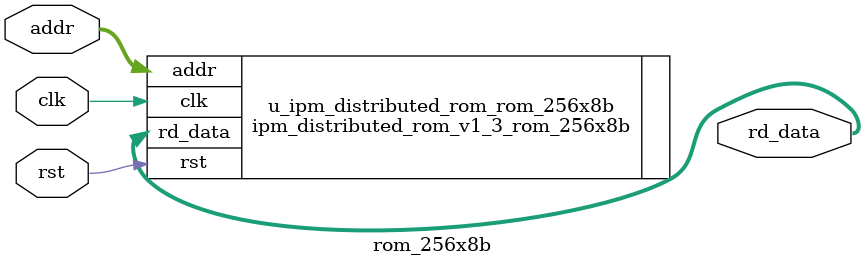
<source format=v>


`timescale 1 ns / 1 ps
module rom_256x8b
    (
     addr        ,
     rst         ,
     clk         ,
     rd_data
    );

    localparam ADDR_WIDTH = 8 ; //@IPC int 4,10

    localparam DATA_WIDTH = 8 ; //@IPC int 1,256

    localparam RST_TYPE = "ASYNC" ; //@IPC enum ASYNC,SYNC

    localparam OUT_REG = 0 ; //@IPC bool

    localparam INIT_ENABLE = 1 ; //@IPC bool

    localparam INIT_FILE = "dds_256x8b_wave_rom_256x8b.dat" ; //@IPC string

    localparam FILE_FORMAT = "HEX" ; //@IPC enum BIN,HEX


     output   wire  [DATA_WIDTH-1:0]       rd_data ;
     input    wire  [ADDR_WIDTH-1:0]       addr    ;
     input                                 clk     ;
     input                                 rst     ;

ipm_distributed_rom_v1_3_rom_256x8b
   #(
     .ADDR_WIDTH    (ADDR_WIDTH     ), //address width   range:4-10
     .DATA_WIDTH    (DATA_WIDTH     ), //data width      range:4-256
     .RST_TYPE      (RST_TYPE       ), //reset type   "ASYNC_RESET" "SYNC_RESET"
     .OUT_REG       (OUT_REG        ), //output options :non_register(0)  register(1)
     .INIT_FILE     (INIT_FILE      ), //legal value:"NONE" or "initial file name"
     .FILE_FORMAT   (FILE_FORMAT    )  //initial data format : "bin" or "hex"
    )u_ipm_distributed_rom_rom_256x8b
    (
     .rd_data       (rd_data        ),
     .addr          (addr           ),
     .clk           (clk            ),
     .rst           (rst            )

    );
endmodule

</source>
